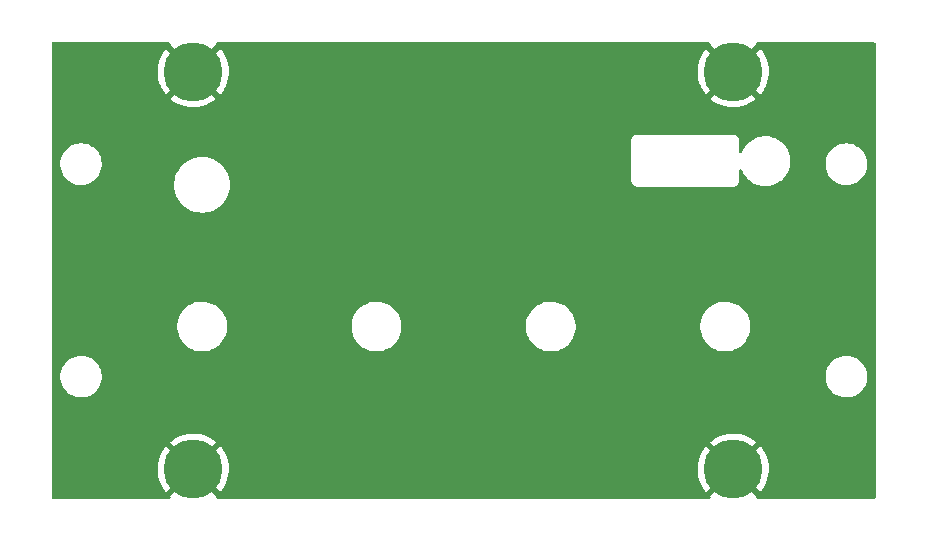
<source format=gbr>
%TF.GenerationSoftware,KiCad,Pcbnew,(6.0.1)*%
%TF.CreationDate,2022-06-17T02:15:53-07:00*%
%TF.ProjectId,BonkDaddyPanel,426f6e6b-4461-4646-9479-50616e656c2e,1.2*%
%TF.SameCoordinates,Original*%
%TF.FileFunction,Copper,L1,Top*%
%TF.FilePolarity,Positive*%
%FSLAX46Y46*%
G04 Gerber Fmt 4.6, Leading zero omitted, Abs format (unit mm)*
G04 Created by KiCad (PCBNEW (6.0.1)) date 2022-06-17 02:15:53*
%MOMM*%
%LPD*%
G01*
G04 APERTURE LIST*
%TA.AperFunction,ComponentPad*%
%ADD10C,5.000000*%
%TD*%
G04 APERTURE END LIST*
D10*
%TO.P,H1,1,1*%
%TO.N,GND*%
X62500000Y-45175000D03*
%TD*%
%TO.P,H2,1,1*%
%TO.N,GND*%
X108220000Y-45175000D03*
%TD*%
%TO.P,H3,1,1*%
%TO.N,GND*%
X108220000Y-78825000D03*
%TD*%
%TO.P,H4,1,1*%
%TO.N,GND*%
X62500000Y-78825000D03*
%TD*%
%TA.AperFunction,Conductor*%
%TO.N,GND*%
G36*
X60526390Y-42703002D02*
G01*
X60572883Y-42756658D01*
X60582987Y-42826932D01*
X60564642Y-42873362D01*
X60564576Y-42875069D01*
X60571527Y-42887316D01*
X62487190Y-44802980D01*
X62501131Y-44810592D01*
X62502966Y-44810461D01*
X62509580Y-44806210D01*
X64427074Y-42888716D01*
X64434688Y-42874772D01*
X64434194Y-42867853D01*
X64416038Y-42813944D01*
X64433352Y-42745091D01*
X64485141Y-42696529D01*
X64541941Y-42683000D01*
X106178269Y-42683000D01*
X106246390Y-42703002D01*
X106292883Y-42756658D01*
X106302987Y-42826932D01*
X106284642Y-42873362D01*
X106284576Y-42875069D01*
X106291527Y-42887316D01*
X108207190Y-44802980D01*
X108221131Y-44810592D01*
X108222966Y-44810461D01*
X108229580Y-44806210D01*
X110147074Y-42888716D01*
X110154688Y-42874772D01*
X110154194Y-42867853D01*
X110136038Y-42813944D01*
X110153352Y-42745091D01*
X110205141Y-42696529D01*
X110261941Y-42683000D01*
X120166000Y-42683000D01*
X120234121Y-42703002D01*
X120280614Y-42756658D01*
X120292000Y-42809000D01*
X120292000Y-81191000D01*
X120271998Y-81259121D01*
X120218342Y-81305614D01*
X120166000Y-81317000D01*
X110266799Y-81317000D01*
X110198678Y-81296998D01*
X110152185Y-81243342D01*
X110142081Y-81173068D01*
X110157646Y-81135415D01*
X110158123Y-81128616D01*
X110150537Y-81114748D01*
X108232810Y-79197020D01*
X108218869Y-79189408D01*
X108217034Y-79189539D01*
X108210420Y-79193790D01*
X106291474Y-81112737D01*
X106283860Y-81126681D01*
X106284551Y-81136344D01*
X106301060Y-81188030D01*
X106282669Y-81256603D01*
X106230124Y-81304348D01*
X106175095Y-81317000D01*
X64546799Y-81317000D01*
X64478678Y-81296998D01*
X64432185Y-81243342D01*
X64422081Y-81173068D01*
X64437646Y-81135415D01*
X64438123Y-81128616D01*
X64430537Y-81114748D01*
X62512810Y-79197020D01*
X62498869Y-79189408D01*
X62497034Y-79189539D01*
X62490420Y-79193790D01*
X60571474Y-81112737D01*
X60563860Y-81126681D01*
X60564551Y-81136344D01*
X60581060Y-81188030D01*
X60562669Y-81256603D01*
X60510124Y-81304348D01*
X60455095Y-81317000D01*
X50634000Y-81317000D01*
X50565879Y-81296998D01*
X50519386Y-81243342D01*
X50508000Y-81191000D01*
X50508000Y-78733987D01*
X59488484Y-78733987D01*
X59497374Y-79073505D01*
X59497980Y-79080721D01*
X59545835Y-79416963D01*
X59547269Y-79424074D01*
X59633455Y-79752595D01*
X59635692Y-79759478D01*
X59759064Y-80075914D01*
X59762081Y-80082503D01*
X59921002Y-80382652D01*
X59924761Y-80388860D01*
X60117129Y-80668757D01*
X60121574Y-80674486D01*
X60188743Y-80751484D01*
X60201917Y-80759888D01*
X60211769Y-80754020D01*
X62127980Y-78837810D01*
X62134357Y-78826131D01*
X62864408Y-78826131D01*
X62864539Y-78827966D01*
X62868790Y-78834580D01*
X64786268Y-80752057D01*
X64799622Y-80759349D01*
X64809594Y-80752295D01*
X64916641Y-80624267D01*
X64920957Y-80618456D01*
X65107432Y-80334575D01*
X65111046Y-80328313D01*
X65263658Y-80024882D01*
X65266530Y-80018244D01*
X65383249Y-79699293D01*
X65385345Y-79692351D01*
X65464631Y-79362103D01*
X65465915Y-79354964D01*
X65506816Y-79016973D01*
X65507240Y-79011403D01*
X65513010Y-78827797D01*
X65512937Y-78822204D01*
X65507850Y-78733987D01*
X105208484Y-78733987D01*
X105217374Y-79073505D01*
X105217980Y-79080721D01*
X105265835Y-79416963D01*
X105267269Y-79424074D01*
X105353455Y-79752595D01*
X105355692Y-79759478D01*
X105479064Y-80075914D01*
X105482081Y-80082503D01*
X105641002Y-80382652D01*
X105644761Y-80388860D01*
X105837129Y-80668757D01*
X105841574Y-80674486D01*
X105908743Y-80751484D01*
X105921917Y-80759888D01*
X105931769Y-80754020D01*
X107847980Y-78837810D01*
X107854357Y-78826131D01*
X108584408Y-78826131D01*
X108584539Y-78827966D01*
X108588790Y-78834580D01*
X110506268Y-80752057D01*
X110519622Y-80759349D01*
X110529594Y-80752295D01*
X110636641Y-80624267D01*
X110640957Y-80618456D01*
X110827432Y-80334575D01*
X110831046Y-80328313D01*
X110983658Y-80024882D01*
X110986530Y-80018244D01*
X111103249Y-79699293D01*
X111105345Y-79692351D01*
X111184631Y-79362103D01*
X111185915Y-79354964D01*
X111226816Y-79016973D01*
X111227240Y-79011403D01*
X111233010Y-78827797D01*
X111232937Y-78822204D01*
X111213338Y-78482303D01*
X111212506Y-78475113D01*
X111154113Y-78140529D01*
X111152458Y-78133474D01*
X111055998Y-77807834D01*
X111053540Y-77801006D01*
X110920290Y-77488608D01*
X110917073Y-77482125D01*
X110748788Y-77187089D01*
X110744856Y-77181034D01*
X110543774Y-76907295D01*
X110539166Y-76901726D01*
X110533830Y-76895984D01*
X110520178Y-76887866D01*
X110519570Y-76887887D01*
X110511092Y-76893119D01*
X108592020Y-78812190D01*
X108584408Y-78826131D01*
X107854357Y-78826131D01*
X107855592Y-78823869D01*
X107855461Y-78822034D01*
X107851210Y-78815420D01*
X105932374Y-76896585D01*
X105919581Y-76889599D01*
X105908827Y-76897464D01*
X105748037Y-77102527D01*
X105743902Y-77108476D01*
X105566440Y-77398068D01*
X105563019Y-77404447D01*
X105420016Y-77712522D01*
X105417356Y-77719241D01*
X105310711Y-78041707D01*
X105308834Y-78048711D01*
X105239961Y-78381288D01*
X105238904Y-78388449D01*
X105208712Y-78726735D01*
X105208484Y-78733987D01*
X65507850Y-78733987D01*
X65493338Y-78482303D01*
X65492506Y-78475113D01*
X65434113Y-78140529D01*
X65432458Y-78133474D01*
X65335998Y-77807834D01*
X65333540Y-77801006D01*
X65200290Y-77488608D01*
X65197073Y-77482125D01*
X65028788Y-77187089D01*
X65024856Y-77181034D01*
X64823774Y-76907295D01*
X64819166Y-76901726D01*
X64813830Y-76895984D01*
X64800178Y-76887866D01*
X64799570Y-76887887D01*
X64791092Y-76893119D01*
X62872020Y-78812190D01*
X62864408Y-78826131D01*
X62134357Y-78826131D01*
X62135592Y-78823869D01*
X62135461Y-78822034D01*
X62131210Y-78815420D01*
X60212374Y-76896585D01*
X60199581Y-76889599D01*
X60188827Y-76897464D01*
X60028037Y-77102527D01*
X60023902Y-77108476D01*
X59846440Y-77398068D01*
X59843019Y-77404447D01*
X59700016Y-77712522D01*
X59697356Y-77719241D01*
X59590711Y-78041707D01*
X59588834Y-78048711D01*
X59519961Y-78381288D01*
X59518904Y-78388449D01*
X59488712Y-78726735D01*
X59488484Y-78733987D01*
X50508000Y-78733987D01*
X50508000Y-76526048D01*
X60565132Y-76526048D01*
X60571527Y-76537316D01*
X62487190Y-78452980D01*
X62501131Y-78460592D01*
X62502966Y-78460461D01*
X62509580Y-78456210D01*
X64427074Y-76538716D01*
X64433991Y-76526048D01*
X106285132Y-76526048D01*
X106291527Y-76537316D01*
X108207190Y-78452980D01*
X108221131Y-78460592D01*
X108222966Y-78460461D01*
X108229580Y-78456210D01*
X110147074Y-76538716D01*
X110154466Y-76525179D01*
X110147679Y-76515479D01*
X110044476Y-76427335D01*
X110038704Y-76422953D01*
X109756796Y-76233519D01*
X109750575Y-76229839D01*
X109448757Y-76074060D01*
X109442146Y-76071116D01*
X109124439Y-75951065D01*
X109117513Y-75948894D01*
X108788112Y-75866155D01*
X108781005Y-75864799D01*
X108444278Y-75820468D01*
X108437036Y-75819937D01*
X108097467Y-75814602D01*
X108090205Y-75814906D01*
X107752256Y-75848638D01*
X107745108Y-75849770D01*
X107413263Y-75922124D01*
X107406285Y-75924072D01*
X107084960Y-76034086D01*
X107078253Y-76036823D01*
X106771707Y-76183039D01*
X106765349Y-76186534D01*
X106477654Y-76367005D01*
X106471731Y-76371214D01*
X106293601Y-76513923D01*
X106285132Y-76526048D01*
X64433991Y-76526048D01*
X64434466Y-76525179D01*
X64427679Y-76515479D01*
X64324476Y-76427335D01*
X64318704Y-76422953D01*
X64036796Y-76233519D01*
X64030575Y-76229839D01*
X63728757Y-76074060D01*
X63722146Y-76071116D01*
X63404439Y-75951065D01*
X63397513Y-75948894D01*
X63068112Y-75866155D01*
X63061005Y-75864799D01*
X62724278Y-75820468D01*
X62717036Y-75819937D01*
X62377467Y-75814602D01*
X62370205Y-75814906D01*
X62032256Y-75848638D01*
X62025108Y-75849770D01*
X61693263Y-75922124D01*
X61686285Y-75924072D01*
X61364960Y-76034086D01*
X61358253Y-76036823D01*
X61051707Y-76183039D01*
X61045349Y-76186534D01*
X60757654Y-76367005D01*
X60751731Y-76371214D01*
X60573601Y-76513923D01*
X60565132Y-76526048D01*
X50508000Y-76526048D01*
X50508000Y-71107655D01*
X51239858Y-71107655D01*
X51275104Y-71366638D01*
X51276412Y-71371124D01*
X51276412Y-71371126D01*
X51296098Y-71438664D01*
X51348243Y-71617567D01*
X51457668Y-71854928D01*
X51460231Y-71858837D01*
X51598410Y-72069596D01*
X51598414Y-72069601D01*
X51600976Y-72073509D01*
X51775018Y-72268506D01*
X51975970Y-72435637D01*
X51979973Y-72438066D01*
X52195422Y-72568804D01*
X52195426Y-72568806D01*
X52199419Y-72571229D01*
X52440455Y-72672303D01*
X52693783Y-72736641D01*
X52698434Y-72737109D01*
X52698438Y-72737110D01*
X52891308Y-72756531D01*
X52910867Y-72758500D01*
X53066354Y-72758500D01*
X53068679Y-72758327D01*
X53068685Y-72758327D01*
X53256000Y-72744407D01*
X53256004Y-72744406D01*
X53260652Y-72744061D01*
X53265200Y-72743032D01*
X53265206Y-72743031D01*
X53451601Y-72700853D01*
X53515577Y-72686377D01*
X53551769Y-72672303D01*
X53754824Y-72593340D01*
X53754827Y-72593339D01*
X53759177Y-72591647D01*
X53986098Y-72461951D01*
X54191357Y-72300138D01*
X54370443Y-72109763D01*
X54519424Y-71895009D01*
X54635025Y-71660593D01*
X54714707Y-71411665D01*
X54756721Y-71153693D01*
X54757324Y-71107655D01*
X116039858Y-71107655D01*
X116075104Y-71366638D01*
X116076412Y-71371124D01*
X116076412Y-71371126D01*
X116096098Y-71438664D01*
X116148243Y-71617567D01*
X116257668Y-71854928D01*
X116260231Y-71858837D01*
X116398410Y-72069596D01*
X116398414Y-72069601D01*
X116400976Y-72073509D01*
X116575018Y-72268506D01*
X116775970Y-72435637D01*
X116779973Y-72438066D01*
X116995422Y-72568804D01*
X116995426Y-72568806D01*
X116999419Y-72571229D01*
X117240455Y-72672303D01*
X117493783Y-72736641D01*
X117498434Y-72737109D01*
X117498438Y-72737110D01*
X117691308Y-72756531D01*
X117710867Y-72758500D01*
X117866354Y-72758500D01*
X117868679Y-72758327D01*
X117868685Y-72758327D01*
X118056000Y-72744407D01*
X118056004Y-72744406D01*
X118060652Y-72744061D01*
X118065200Y-72743032D01*
X118065206Y-72743031D01*
X118251601Y-72700853D01*
X118315577Y-72686377D01*
X118351769Y-72672303D01*
X118554824Y-72593340D01*
X118554827Y-72593339D01*
X118559177Y-72591647D01*
X118786098Y-72461951D01*
X118991357Y-72300138D01*
X119170443Y-72109763D01*
X119319424Y-71895009D01*
X119435025Y-71660593D01*
X119514707Y-71411665D01*
X119556721Y-71153693D01*
X119560142Y-70892345D01*
X119524896Y-70633362D01*
X119510473Y-70583877D01*
X119453068Y-70386932D01*
X119451757Y-70382433D01*
X119342332Y-70145072D01*
X119309519Y-70095024D01*
X119201590Y-69930404D01*
X119201586Y-69930399D01*
X119199024Y-69926491D01*
X119024982Y-69731494D01*
X118824030Y-69564363D01*
X118776844Y-69535730D01*
X118604578Y-69431196D01*
X118604574Y-69431194D01*
X118600581Y-69428771D01*
X118359545Y-69327697D01*
X118106217Y-69263359D01*
X118101566Y-69262891D01*
X118101562Y-69262890D01*
X117892271Y-69241816D01*
X117889133Y-69241500D01*
X117733646Y-69241500D01*
X117731321Y-69241673D01*
X117731315Y-69241673D01*
X117544000Y-69255593D01*
X117543996Y-69255594D01*
X117539348Y-69255939D01*
X117534800Y-69256968D01*
X117534794Y-69256969D01*
X117348399Y-69299147D01*
X117284423Y-69313623D01*
X117280071Y-69315315D01*
X117280069Y-69315316D01*
X117045176Y-69406660D01*
X117045173Y-69406661D01*
X117040823Y-69408353D01*
X116813902Y-69538049D01*
X116608643Y-69699862D01*
X116429557Y-69890237D01*
X116280576Y-70104991D01*
X116164975Y-70339407D01*
X116085293Y-70588335D01*
X116043279Y-70846307D01*
X116039858Y-71107655D01*
X54757324Y-71107655D01*
X54760142Y-70892345D01*
X54724896Y-70633362D01*
X54710473Y-70583877D01*
X54653068Y-70386932D01*
X54651757Y-70382433D01*
X54542332Y-70145072D01*
X54509519Y-70095024D01*
X54401590Y-69930404D01*
X54401586Y-69930399D01*
X54399024Y-69926491D01*
X54224982Y-69731494D01*
X54024030Y-69564363D01*
X53976844Y-69535730D01*
X53804578Y-69431196D01*
X53804574Y-69431194D01*
X53800581Y-69428771D01*
X53559545Y-69327697D01*
X53306217Y-69263359D01*
X53301566Y-69262891D01*
X53301562Y-69262890D01*
X53092271Y-69241816D01*
X53089133Y-69241500D01*
X52933646Y-69241500D01*
X52931321Y-69241673D01*
X52931315Y-69241673D01*
X52744000Y-69255593D01*
X52743996Y-69255594D01*
X52739348Y-69255939D01*
X52734800Y-69256968D01*
X52734794Y-69256969D01*
X52548399Y-69299147D01*
X52484423Y-69313623D01*
X52480071Y-69315315D01*
X52480069Y-69315316D01*
X52245176Y-69406660D01*
X52245173Y-69406661D01*
X52240823Y-69408353D01*
X52013902Y-69538049D01*
X51808643Y-69699862D01*
X51629557Y-69890237D01*
X51480576Y-70104991D01*
X51364975Y-70339407D01*
X51285293Y-70588335D01*
X51243279Y-70846307D01*
X51239858Y-71107655D01*
X50508000Y-71107655D01*
X50508000Y-66882703D01*
X61140743Y-66882703D01*
X61178268Y-67167734D01*
X61254129Y-67445036D01*
X61366923Y-67709476D01*
X61514561Y-67956161D01*
X61694313Y-68180528D01*
X61902851Y-68378423D01*
X62136317Y-68546186D01*
X62140112Y-68548195D01*
X62140113Y-68548196D01*
X62161869Y-68559715D01*
X62390392Y-68680712D01*
X62660373Y-68779511D01*
X62941264Y-68840755D01*
X62969841Y-68843004D01*
X63164282Y-68858307D01*
X63164291Y-68858307D01*
X63166739Y-68858500D01*
X63322271Y-68858500D01*
X63324407Y-68858354D01*
X63324418Y-68858354D01*
X63532548Y-68844165D01*
X63532554Y-68844164D01*
X63536825Y-68843873D01*
X63541020Y-68843004D01*
X63541022Y-68843004D01*
X63677583Y-68814724D01*
X63818342Y-68785574D01*
X64089343Y-68689607D01*
X64344812Y-68557750D01*
X64348313Y-68555289D01*
X64348317Y-68555287D01*
X64462417Y-68475096D01*
X64580023Y-68392441D01*
X64790622Y-68196740D01*
X64972713Y-67974268D01*
X65122927Y-67729142D01*
X65238483Y-67465898D01*
X65317244Y-67189406D01*
X65357751Y-66904784D01*
X65357845Y-66886951D01*
X65357867Y-66882703D01*
X75910743Y-66882703D01*
X75948268Y-67167734D01*
X76024129Y-67445036D01*
X76136923Y-67709476D01*
X76284561Y-67956161D01*
X76464313Y-68180528D01*
X76672851Y-68378423D01*
X76906317Y-68546186D01*
X76910112Y-68548195D01*
X76910113Y-68548196D01*
X76931869Y-68559715D01*
X77160392Y-68680712D01*
X77430373Y-68779511D01*
X77711264Y-68840755D01*
X77739841Y-68843004D01*
X77934282Y-68858307D01*
X77934291Y-68858307D01*
X77936739Y-68858500D01*
X78092271Y-68858500D01*
X78094407Y-68858354D01*
X78094418Y-68858354D01*
X78302548Y-68844165D01*
X78302554Y-68844164D01*
X78306825Y-68843873D01*
X78311020Y-68843004D01*
X78311022Y-68843004D01*
X78447583Y-68814724D01*
X78588342Y-68785574D01*
X78859343Y-68689607D01*
X79114812Y-68557750D01*
X79118313Y-68555289D01*
X79118317Y-68555287D01*
X79232417Y-68475096D01*
X79350023Y-68392441D01*
X79560622Y-68196740D01*
X79742713Y-67974268D01*
X79892927Y-67729142D01*
X80008483Y-67465898D01*
X80087244Y-67189406D01*
X80127751Y-66904784D01*
X80127845Y-66886951D01*
X80127867Y-66882703D01*
X90670743Y-66882703D01*
X90708268Y-67167734D01*
X90784129Y-67445036D01*
X90896923Y-67709476D01*
X91044561Y-67956161D01*
X91224313Y-68180528D01*
X91432851Y-68378423D01*
X91666317Y-68546186D01*
X91670112Y-68548195D01*
X91670113Y-68548196D01*
X91691869Y-68559715D01*
X91920392Y-68680712D01*
X92190373Y-68779511D01*
X92471264Y-68840755D01*
X92499841Y-68843004D01*
X92694282Y-68858307D01*
X92694291Y-68858307D01*
X92696739Y-68858500D01*
X92852271Y-68858500D01*
X92854407Y-68858354D01*
X92854418Y-68858354D01*
X93062548Y-68844165D01*
X93062554Y-68844164D01*
X93066825Y-68843873D01*
X93071020Y-68843004D01*
X93071022Y-68843004D01*
X93207583Y-68814724D01*
X93348342Y-68785574D01*
X93619343Y-68689607D01*
X93874812Y-68557750D01*
X93878313Y-68555289D01*
X93878317Y-68555287D01*
X93992417Y-68475096D01*
X94110023Y-68392441D01*
X94320622Y-68196740D01*
X94502713Y-67974268D01*
X94652927Y-67729142D01*
X94768483Y-67465898D01*
X94847244Y-67189406D01*
X94887751Y-66904784D01*
X94887845Y-66886951D01*
X94887867Y-66882703D01*
X105440743Y-66882703D01*
X105478268Y-67167734D01*
X105554129Y-67445036D01*
X105666923Y-67709476D01*
X105814561Y-67956161D01*
X105994313Y-68180528D01*
X106202851Y-68378423D01*
X106436317Y-68546186D01*
X106440112Y-68548195D01*
X106440113Y-68548196D01*
X106461869Y-68559715D01*
X106690392Y-68680712D01*
X106960373Y-68779511D01*
X107241264Y-68840755D01*
X107269841Y-68843004D01*
X107464282Y-68858307D01*
X107464291Y-68858307D01*
X107466739Y-68858500D01*
X107622271Y-68858500D01*
X107624407Y-68858354D01*
X107624418Y-68858354D01*
X107832548Y-68844165D01*
X107832554Y-68844164D01*
X107836825Y-68843873D01*
X107841020Y-68843004D01*
X107841022Y-68843004D01*
X107977583Y-68814724D01*
X108118342Y-68785574D01*
X108389343Y-68689607D01*
X108644812Y-68557750D01*
X108648313Y-68555289D01*
X108648317Y-68555287D01*
X108762417Y-68475096D01*
X108880023Y-68392441D01*
X109090622Y-68196740D01*
X109272713Y-67974268D01*
X109422927Y-67729142D01*
X109538483Y-67465898D01*
X109617244Y-67189406D01*
X109657751Y-66904784D01*
X109657845Y-66886951D01*
X109659235Y-66621583D01*
X109659235Y-66621576D01*
X109659257Y-66617297D01*
X109621732Y-66332266D01*
X109545871Y-66054964D01*
X109433077Y-65790524D01*
X109285439Y-65543839D01*
X109105687Y-65319472D01*
X108897149Y-65121577D01*
X108663683Y-64953814D01*
X108641843Y-64942250D01*
X108618654Y-64929972D01*
X108409608Y-64819288D01*
X108139627Y-64720489D01*
X107858736Y-64659245D01*
X107827685Y-64656801D01*
X107635718Y-64641693D01*
X107635709Y-64641693D01*
X107633261Y-64641500D01*
X107477729Y-64641500D01*
X107475593Y-64641646D01*
X107475582Y-64641646D01*
X107267452Y-64655835D01*
X107267446Y-64655836D01*
X107263175Y-64656127D01*
X107258980Y-64656996D01*
X107258978Y-64656996D01*
X107122416Y-64685277D01*
X106981658Y-64714426D01*
X106710657Y-64810393D01*
X106455188Y-64942250D01*
X106451687Y-64944711D01*
X106451683Y-64944713D01*
X106441594Y-64951804D01*
X106219977Y-65107559D01*
X106009378Y-65303260D01*
X105827287Y-65525732D01*
X105677073Y-65770858D01*
X105561517Y-66034102D01*
X105482756Y-66310594D01*
X105442249Y-66595216D01*
X105442227Y-66599505D01*
X105442226Y-66599512D01*
X105440765Y-66878417D01*
X105440743Y-66882703D01*
X94887867Y-66882703D01*
X94889235Y-66621583D01*
X94889235Y-66621576D01*
X94889257Y-66617297D01*
X94851732Y-66332266D01*
X94775871Y-66054964D01*
X94663077Y-65790524D01*
X94515439Y-65543839D01*
X94335687Y-65319472D01*
X94127149Y-65121577D01*
X93893683Y-64953814D01*
X93871843Y-64942250D01*
X93848654Y-64929972D01*
X93639608Y-64819288D01*
X93369627Y-64720489D01*
X93088736Y-64659245D01*
X93057685Y-64656801D01*
X92865718Y-64641693D01*
X92865709Y-64641693D01*
X92863261Y-64641500D01*
X92707729Y-64641500D01*
X92705593Y-64641646D01*
X92705582Y-64641646D01*
X92497452Y-64655835D01*
X92497446Y-64655836D01*
X92493175Y-64656127D01*
X92488980Y-64656996D01*
X92488978Y-64656996D01*
X92352416Y-64685277D01*
X92211658Y-64714426D01*
X91940657Y-64810393D01*
X91685188Y-64942250D01*
X91681687Y-64944711D01*
X91681683Y-64944713D01*
X91671594Y-64951804D01*
X91449977Y-65107559D01*
X91239378Y-65303260D01*
X91057287Y-65525732D01*
X90907073Y-65770858D01*
X90791517Y-66034102D01*
X90712756Y-66310594D01*
X90672249Y-66595216D01*
X90672227Y-66599505D01*
X90672226Y-66599512D01*
X90670765Y-66878417D01*
X90670743Y-66882703D01*
X80127867Y-66882703D01*
X80129235Y-66621583D01*
X80129235Y-66621576D01*
X80129257Y-66617297D01*
X80091732Y-66332266D01*
X80015871Y-66054964D01*
X79903077Y-65790524D01*
X79755439Y-65543839D01*
X79575687Y-65319472D01*
X79367149Y-65121577D01*
X79133683Y-64953814D01*
X79111843Y-64942250D01*
X79088654Y-64929972D01*
X78879608Y-64819288D01*
X78609627Y-64720489D01*
X78328736Y-64659245D01*
X78297685Y-64656801D01*
X78105718Y-64641693D01*
X78105709Y-64641693D01*
X78103261Y-64641500D01*
X77947729Y-64641500D01*
X77945593Y-64641646D01*
X77945582Y-64641646D01*
X77737452Y-64655835D01*
X77737446Y-64655836D01*
X77733175Y-64656127D01*
X77728980Y-64656996D01*
X77728978Y-64656996D01*
X77592416Y-64685277D01*
X77451658Y-64714426D01*
X77180657Y-64810393D01*
X76925188Y-64942250D01*
X76921687Y-64944711D01*
X76921683Y-64944713D01*
X76911594Y-64951804D01*
X76689977Y-65107559D01*
X76479378Y-65303260D01*
X76297287Y-65525732D01*
X76147073Y-65770858D01*
X76031517Y-66034102D01*
X75952756Y-66310594D01*
X75912249Y-66595216D01*
X75912227Y-66599505D01*
X75912226Y-66599512D01*
X75910765Y-66878417D01*
X75910743Y-66882703D01*
X65357867Y-66882703D01*
X65359235Y-66621583D01*
X65359235Y-66621576D01*
X65359257Y-66617297D01*
X65321732Y-66332266D01*
X65245871Y-66054964D01*
X65133077Y-65790524D01*
X64985439Y-65543839D01*
X64805687Y-65319472D01*
X64597149Y-65121577D01*
X64363683Y-64953814D01*
X64341843Y-64942250D01*
X64318654Y-64929972D01*
X64109608Y-64819288D01*
X63839627Y-64720489D01*
X63558736Y-64659245D01*
X63527685Y-64656801D01*
X63335718Y-64641693D01*
X63335709Y-64641693D01*
X63333261Y-64641500D01*
X63177729Y-64641500D01*
X63175593Y-64641646D01*
X63175582Y-64641646D01*
X62967452Y-64655835D01*
X62967446Y-64655836D01*
X62963175Y-64656127D01*
X62958980Y-64656996D01*
X62958978Y-64656996D01*
X62822416Y-64685277D01*
X62681658Y-64714426D01*
X62410657Y-64810393D01*
X62155188Y-64942250D01*
X62151687Y-64944711D01*
X62151683Y-64944713D01*
X62141594Y-64951804D01*
X61919977Y-65107559D01*
X61709378Y-65303260D01*
X61527287Y-65525732D01*
X61377073Y-65770858D01*
X61261517Y-66034102D01*
X61182756Y-66310594D01*
X61142249Y-66595216D01*
X61142227Y-66599505D01*
X61142226Y-66599512D01*
X61140765Y-66878417D01*
X61140743Y-66882703D01*
X50508000Y-66882703D01*
X50508000Y-53107655D01*
X51239858Y-53107655D01*
X51275104Y-53366638D01*
X51276412Y-53371124D01*
X51276412Y-53371126D01*
X51289732Y-53416824D01*
X51348243Y-53617567D01*
X51457668Y-53854928D01*
X51483946Y-53895009D01*
X51598410Y-54069596D01*
X51598414Y-54069601D01*
X51600976Y-54073509D01*
X51775018Y-54268506D01*
X51975970Y-54435637D01*
X51992402Y-54445608D01*
X52195422Y-54568804D01*
X52195426Y-54568806D01*
X52199419Y-54571229D01*
X52440455Y-54672303D01*
X52693783Y-54736641D01*
X52698434Y-54737109D01*
X52698438Y-54737110D01*
X52848112Y-54752181D01*
X52910867Y-54758500D01*
X53066354Y-54758500D01*
X53068679Y-54758327D01*
X53068685Y-54758327D01*
X53180738Y-54750000D01*
X60886439Y-54750000D01*
X60886709Y-54754119D01*
X60896772Y-54907642D01*
X60906660Y-55058507D01*
X60966975Y-55361735D01*
X61066354Y-55654496D01*
X61068177Y-55658192D01*
X61068180Y-55658200D01*
X61178721Y-55882352D01*
X61203096Y-55931780D01*
X61205390Y-55935213D01*
X61205391Y-55935214D01*
X61374861Y-56188845D01*
X61377575Y-56191939D01*
X61377579Y-56191945D01*
X61576001Y-56418201D01*
X61578710Y-56421290D01*
X61581799Y-56423999D01*
X61808055Y-56622421D01*
X61808061Y-56622425D01*
X61811155Y-56625139D01*
X61814581Y-56627428D01*
X61814586Y-56627432D01*
X62064785Y-56794609D01*
X62068220Y-56796904D01*
X62071923Y-56798730D01*
X62341800Y-56931820D01*
X62341808Y-56931823D01*
X62345504Y-56933646D01*
X62349419Y-56934975D01*
X62634358Y-57031699D01*
X62634361Y-57031700D01*
X62638265Y-57033025D01*
X62864961Y-57078117D01*
X62937450Y-57092536D01*
X62937453Y-57092536D01*
X62941493Y-57093340D01*
X62945604Y-57093609D01*
X62945608Y-57093610D01*
X63170737Y-57108366D01*
X63170746Y-57108366D01*
X63172786Y-57108500D01*
X63327214Y-57108500D01*
X63329254Y-57108366D01*
X63329263Y-57108366D01*
X63554392Y-57093610D01*
X63554396Y-57093609D01*
X63558507Y-57093340D01*
X63562547Y-57092536D01*
X63562550Y-57092536D01*
X63635039Y-57078117D01*
X63861735Y-57033025D01*
X63865639Y-57031700D01*
X63865642Y-57031699D01*
X64150581Y-56934975D01*
X64154496Y-56933646D01*
X64158192Y-56931823D01*
X64158200Y-56931820D01*
X64428077Y-56798730D01*
X64431780Y-56796904D01*
X64435215Y-56794609D01*
X64685414Y-56627432D01*
X64685419Y-56627428D01*
X64688845Y-56625139D01*
X64691939Y-56622425D01*
X64691945Y-56622421D01*
X64918201Y-56423999D01*
X64921290Y-56421290D01*
X64923999Y-56418201D01*
X65122421Y-56191945D01*
X65122425Y-56191939D01*
X65125139Y-56188845D01*
X65296904Y-55931781D01*
X65433646Y-55654496D01*
X65533025Y-55361735D01*
X65593340Y-55058507D01*
X65603229Y-54907642D01*
X65613291Y-54754119D01*
X65613561Y-54750000D01*
X65605224Y-54622803D01*
X65595186Y-54469652D01*
X99591524Y-54469652D01*
X99593990Y-54478281D01*
X99593991Y-54478286D01*
X99599639Y-54498048D01*
X99603217Y-54514809D01*
X99606130Y-54535152D01*
X99606133Y-54535162D01*
X99607405Y-54544045D01*
X99618021Y-54567395D01*
X99624464Y-54584907D01*
X99628149Y-54597800D01*
X99631512Y-54609565D01*
X99647274Y-54634548D01*
X99655404Y-54649614D01*
X99667633Y-54676510D01*
X99684374Y-54695939D01*
X99695479Y-54710947D01*
X99709160Y-54732631D01*
X99728827Y-54750000D01*
X99731296Y-54752181D01*
X99743340Y-54764373D01*
X99762619Y-54786747D01*
X99770147Y-54791626D01*
X99770150Y-54791629D01*
X99784139Y-54800696D01*
X99799013Y-54811986D01*
X99818228Y-54828956D01*
X99826354Y-54832771D01*
X99826355Y-54832772D01*
X99832021Y-54835432D01*
X99844966Y-54841510D01*
X99859935Y-54849824D01*
X99884727Y-54865893D01*
X99901650Y-54870954D01*
X99909290Y-54873239D01*
X99926736Y-54879901D01*
X99949948Y-54890799D01*
X99979130Y-54895343D01*
X99995849Y-54899126D01*
X100015536Y-54905014D01*
X100015539Y-54905015D01*
X100024141Y-54907587D01*
X100033116Y-54907642D01*
X100033117Y-54907642D01*
X100039810Y-54907683D01*
X100058556Y-54907797D01*
X100059328Y-54907830D01*
X100060423Y-54908000D01*
X100091298Y-54908000D01*
X100092068Y-54908002D01*
X100165716Y-54908452D01*
X100165717Y-54908452D01*
X100169652Y-54908476D01*
X100170996Y-54908092D01*
X100172341Y-54908000D01*
X108191298Y-54908000D01*
X108192069Y-54908002D01*
X108269652Y-54908476D01*
X108278281Y-54906010D01*
X108278286Y-54906009D01*
X108298048Y-54900361D01*
X108314809Y-54896783D01*
X108335152Y-54893870D01*
X108335162Y-54893867D01*
X108344045Y-54892595D01*
X108367395Y-54881979D01*
X108384907Y-54875536D01*
X108400937Y-54870954D01*
X108409565Y-54868488D01*
X108434548Y-54852726D01*
X108449614Y-54844596D01*
X108476510Y-54832367D01*
X108495939Y-54815626D01*
X108510947Y-54804521D01*
X108525039Y-54795630D01*
X108532631Y-54790840D01*
X108552182Y-54768703D01*
X108564374Y-54756659D01*
X108579949Y-54743239D01*
X108579950Y-54743237D01*
X108586747Y-54737381D01*
X108591626Y-54729853D01*
X108591629Y-54729850D01*
X108600696Y-54715861D01*
X108611986Y-54700987D01*
X108616453Y-54695929D01*
X108628956Y-54681772D01*
X108632863Y-54673452D01*
X108635432Y-54667979D01*
X108641510Y-54655034D01*
X108649824Y-54640065D01*
X108665893Y-54615273D01*
X108673239Y-54590709D01*
X108679901Y-54573264D01*
X108686983Y-54558179D01*
X108690799Y-54550052D01*
X108695343Y-54520870D01*
X108699126Y-54504151D01*
X108705014Y-54484464D01*
X108705015Y-54484461D01*
X108707587Y-54475859D01*
X108707797Y-54441444D01*
X108707830Y-54440672D01*
X108708000Y-54439577D01*
X108708000Y-54408702D01*
X108708002Y-54407932D01*
X108708452Y-54334284D01*
X108708452Y-54334283D01*
X108708476Y-54330348D01*
X108708092Y-54329004D01*
X108708000Y-54327659D01*
X108708000Y-53531438D01*
X108728002Y-53463317D01*
X108781658Y-53416824D01*
X108851932Y-53406720D01*
X108916512Y-53436214D01*
X108949897Y-53482003D01*
X109024177Y-53656148D01*
X109046923Y-53709476D01*
X109058693Y-53729142D01*
X109160262Y-53898851D01*
X109194561Y-53956161D01*
X109374313Y-54180528D01*
X109582851Y-54378423D01*
X109816317Y-54546186D01*
X109820112Y-54548195D01*
X109820113Y-54548196D01*
X109838968Y-54558179D01*
X110070392Y-54680712D01*
X110340373Y-54779511D01*
X110621264Y-54840755D01*
X110630807Y-54841506D01*
X110844282Y-54858307D01*
X110844291Y-54858307D01*
X110846739Y-54858500D01*
X111002271Y-54858500D01*
X111004407Y-54858354D01*
X111004418Y-54858354D01*
X111212548Y-54844165D01*
X111212554Y-54844164D01*
X111216825Y-54843873D01*
X111221020Y-54843004D01*
X111221022Y-54843004D01*
X111472913Y-54790840D01*
X111498342Y-54785574D01*
X111769343Y-54689607D01*
X111930025Y-54606673D01*
X112021005Y-54559715D01*
X112021006Y-54559715D01*
X112024812Y-54557750D01*
X112028313Y-54555289D01*
X112028317Y-54555287D01*
X112161120Y-54461951D01*
X112260023Y-54392441D01*
X112393393Y-54268506D01*
X112467479Y-54199661D01*
X112467481Y-54199658D01*
X112470622Y-54196740D01*
X112652713Y-53974268D01*
X112802927Y-53729142D01*
X112831180Y-53664781D01*
X112916757Y-53469830D01*
X112918483Y-53465898D01*
X112997244Y-53189406D01*
X113008879Y-53107655D01*
X116039858Y-53107655D01*
X116075104Y-53366638D01*
X116076412Y-53371124D01*
X116076412Y-53371126D01*
X116089732Y-53416824D01*
X116148243Y-53617567D01*
X116257668Y-53854928D01*
X116283946Y-53895009D01*
X116398410Y-54069596D01*
X116398414Y-54069601D01*
X116400976Y-54073509D01*
X116575018Y-54268506D01*
X116775970Y-54435637D01*
X116792402Y-54445608D01*
X116995422Y-54568804D01*
X116995426Y-54568806D01*
X116999419Y-54571229D01*
X117240455Y-54672303D01*
X117493783Y-54736641D01*
X117498434Y-54737109D01*
X117498438Y-54737110D01*
X117648112Y-54752181D01*
X117710867Y-54758500D01*
X117866354Y-54758500D01*
X117868679Y-54758327D01*
X117868685Y-54758327D01*
X118056000Y-54744407D01*
X118056004Y-54744406D01*
X118060652Y-54744061D01*
X118065200Y-54743032D01*
X118065206Y-54743031D01*
X118294978Y-54691038D01*
X118315577Y-54686377D01*
X118335316Y-54678701D01*
X118554824Y-54593340D01*
X118554827Y-54593339D01*
X118559177Y-54591647D01*
X118576513Y-54581739D01*
X118658023Y-54535152D01*
X118786098Y-54461951D01*
X118991357Y-54300138D01*
X119170443Y-54109763D01*
X119319424Y-53895009D01*
X119341284Y-53850682D01*
X119432960Y-53664781D01*
X119432961Y-53664778D01*
X119435025Y-53660593D01*
X119514707Y-53411665D01*
X119556721Y-53153693D01*
X119559979Y-52904784D01*
X119560081Y-52897022D01*
X119560081Y-52897019D01*
X119560142Y-52892345D01*
X119524896Y-52633362D01*
X119520214Y-52617297D01*
X119459053Y-52407464D01*
X119451757Y-52382433D01*
X119342332Y-52145072D01*
X119307239Y-52091547D01*
X119201590Y-51930404D01*
X119201586Y-51930399D01*
X119199024Y-51926491D01*
X119024982Y-51731494D01*
X118824030Y-51564363D01*
X118731147Y-51508000D01*
X118604578Y-51431196D01*
X118604574Y-51431194D01*
X118600581Y-51428771D01*
X118359545Y-51327697D01*
X118106217Y-51263359D01*
X118101566Y-51262891D01*
X118101562Y-51262890D01*
X117892271Y-51241816D01*
X117889133Y-51241500D01*
X117733646Y-51241500D01*
X117731321Y-51241673D01*
X117731315Y-51241673D01*
X117544000Y-51255593D01*
X117543996Y-51255594D01*
X117539348Y-51255939D01*
X117534800Y-51256968D01*
X117534794Y-51256969D01*
X117348399Y-51299147D01*
X117284423Y-51313623D01*
X117280071Y-51315315D01*
X117280069Y-51315316D01*
X117045176Y-51406660D01*
X117045173Y-51406661D01*
X117040823Y-51408353D01*
X116813902Y-51538049D01*
X116608643Y-51699862D01*
X116429557Y-51890237D01*
X116280576Y-52104991D01*
X116278510Y-52109181D01*
X116278508Y-52109184D01*
X116168497Y-52332266D01*
X116164975Y-52339407D01*
X116085293Y-52588335D01*
X116043279Y-52846307D01*
X116039858Y-53107655D01*
X113008879Y-53107655D01*
X113037751Y-52904784D01*
X113037817Y-52892345D01*
X113039235Y-52621583D01*
X113039235Y-52621576D01*
X113039257Y-52617297D01*
X113001732Y-52332266D01*
X112925871Y-52054964D01*
X112869583Y-51922999D01*
X112814763Y-51794476D01*
X112814761Y-51794472D01*
X112813077Y-51790524D01*
X112679513Y-51567355D01*
X112667643Y-51547521D01*
X112667640Y-51547517D01*
X112665439Y-51543839D01*
X112485687Y-51319472D01*
X112277149Y-51121577D01*
X112052880Y-50960423D01*
X112047172Y-50956321D01*
X112047171Y-50956320D01*
X112043683Y-50953814D01*
X112021843Y-50942250D01*
X111998654Y-50929972D01*
X111789608Y-50819288D01*
X111601303Y-50750378D01*
X111523658Y-50721964D01*
X111523656Y-50721963D01*
X111519627Y-50720489D01*
X111238736Y-50659245D01*
X111207173Y-50656761D01*
X111015718Y-50641693D01*
X111015709Y-50641693D01*
X111013261Y-50641500D01*
X110857729Y-50641500D01*
X110855593Y-50641646D01*
X110855582Y-50641646D01*
X110647452Y-50655835D01*
X110647446Y-50655836D01*
X110643175Y-50656127D01*
X110638980Y-50656996D01*
X110638978Y-50656996D01*
X110611826Y-50662619D01*
X110361658Y-50714426D01*
X110090657Y-50810393D01*
X110086848Y-50812359D01*
X109886946Y-50915536D01*
X109835188Y-50942250D01*
X109831687Y-50944711D01*
X109831683Y-50944713D01*
X109821594Y-50951804D01*
X109599977Y-51107559D01*
X109584892Y-51121577D01*
X109432317Y-51263359D01*
X109389378Y-51303260D01*
X109207287Y-51525732D01*
X109057073Y-51770858D01*
X108949371Y-52016209D01*
X108903677Y-52070542D01*
X108835859Y-52091547D01*
X108767451Y-52072553D01*
X108720171Y-52019589D01*
X108708000Y-51965561D01*
X108708000Y-51008702D01*
X108708002Y-51007932D01*
X108708317Y-50956321D01*
X108708476Y-50930348D01*
X108706010Y-50921719D01*
X108706009Y-50921714D01*
X108700361Y-50901952D01*
X108696783Y-50885191D01*
X108693870Y-50864848D01*
X108693867Y-50864838D01*
X108692595Y-50855955D01*
X108681979Y-50832605D01*
X108675536Y-50815093D01*
X108670954Y-50799063D01*
X108668488Y-50790435D01*
X108652726Y-50765452D01*
X108644596Y-50750386D01*
X108632367Y-50723490D01*
X108615626Y-50704061D01*
X108604521Y-50689053D01*
X108595630Y-50674961D01*
X108590840Y-50667369D01*
X108568703Y-50647818D01*
X108556659Y-50635626D01*
X108543239Y-50620051D01*
X108543237Y-50620050D01*
X108537381Y-50613253D01*
X108529853Y-50608374D01*
X108529850Y-50608371D01*
X108515861Y-50599304D01*
X108500987Y-50588014D01*
X108488502Y-50576988D01*
X108481772Y-50571044D01*
X108473646Y-50567229D01*
X108473645Y-50567228D01*
X108467979Y-50564568D01*
X108455034Y-50558490D01*
X108440065Y-50550176D01*
X108415273Y-50534107D01*
X108390709Y-50526761D01*
X108373264Y-50520099D01*
X108368827Y-50518016D01*
X108350052Y-50509201D01*
X108320870Y-50504657D01*
X108304151Y-50500874D01*
X108284464Y-50494986D01*
X108284461Y-50494985D01*
X108275859Y-50492413D01*
X108266884Y-50492358D01*
X108266883Y-50492358D01*
X108260190Y-50492317D01*
X108241444Y-50492203D01*
X108240672Y-50492170D01*
X108239577Y-50492000D01*
X108208702Y-50492000D01*
X108207932Y-50491998D01*
X108134284Y-50491548D01*
X108134283Y-50491548D01*
X108130348Y-50491524D01*
X108129004Y-50491908D01*
X108127659Y-50492000D01*
X100108702Y-50492000D01*
X100107932Y-50491998D01*
X100107078Y-50491993D01*
X100030348Y-50491524D01*
X100021719Y-50493990D01*
X100021714Y-50493991D01*
X100001952Y-50499639D01*
X99985191Y-50503217D01*
X99964848Y-50506130D01*
X99964838Y-50506133D01*
X99955955Y-50507405D01*
X99932605Y-50518021D01*
X99915093Y-50524464D01*
X99907057Y-50526761D01*
X99890435Y-50531512D01*
X99865452Y-50547274D01*
X99850386Y-50555404D01*
X99823490Y-50567633D01*
X99804061Y-50584374D01*
X99789053Y-50595479D01*
X99767369Y-50609160D01*
X99761427Y-50615888D01*
X99747819Y-50631296D01*
X99735627Y-50643340D01*
X99713253Y-50662619D01*
X99708374Y-50670147D01*
X99708371Y-50670150D01*
X99699304Y-50684139D01*
X99688014Y-50699013D01*
X99671044Y-50718228D01*
X99658490Y-50744966D01*
X99650176Y-50759935D01*
X99634107Y-50784727D01*
X99631535Y-50793327D01*
X99626761Y-50809290D01*
X99620099Y-50826736D01*
X99609201Y-50849948D01*
X99604658Y-50879128D01*
X99600874Y-50895849D01*
X99594986Y-50915536D01*
X99594985Y-50915539D01*
X99592413Y-50924141D01*
X99592217Y-50956321D01*
X99592203Y-50958546D01*
X99592170Y-50959328D01*
X99592000Y-50960423D01*
X99592000Y-50991298D01*
X99591998Y-50992068D01*
X99591524Y-51069652D01*
X99591908Y-51070996D01*
X99592000Y-51072341D01*
X99592000Y-54391298D01*
X99591998Y-54392068D01*
X99591524Y-54469652D01*
X65595186Y-54469652D01*
X65593610Y-54445608D01*
X65593609Y-54445604D01*
X65593340Y-54441493D01*
X65586730Y-54408259D01*
X65564546Y-54296736D01*
X65533025Y-54138265D01*
X65433646Y-53845504D01*
X65431822Y-53841806D01*
X65431820Y-53841800D01*
X65298730Y-53571923D01*
X65296904Y-53568220D01*
X65294610Y-53564787D01*
X65294609Y-53564785D01*
X65127432Y-53314586D01*
X65127428Y-53314581D01*
X65125139Y-53311155D01*
X65122425Y-53308061D01*
X65122421Y-53308055D01*
X64923999Y-53081799D01*
X64921290Y-53078710D01*
X64918201Y-53076001D01*
X64691945Y-52877579D01*
X64691939Y-52877575D01*
X64688845Y-52874861D01*
X64685419Y-52872572D01*
X64685414Y-52872568D01*
X64435215Y-52705391D01*
X64435213Y-52705390D01*
X64431780Y-52703096D01*
X64299765Y-52637993D01*
X64158200Y-52568180D01*
X64158192Y-52568177D01*
X64154496Y-52566354D01*
X64150581Y-52565025D01*
X63865642Y-52468301D01*
X63865639Y-52468300D01*
X63861735Y-52466975D01*
X63635039Y-52421883D01*
X63562550Y-52407464D01*
X63562547Y-52407464D01*
X63558507Y-52406660D01*
X63554396Y-52406391D01*
X63554392Y-52406390D01*
X63329263Y-52391634D01*
X63329254Y-52391634D01*
X63327214Y-52391500D01*
X63172786Y-52391500D01*
X63170746Y-52391634D01*
X63170737Y-52391634D01*
X62945608Y-52406390D01*
X62945604Y-52406391D01*
X62941493Y-52406660D01*
X62937453Y-52407464D01*
X62937450Y-52407464D01*
X62864961Y-52421883D01*
X62638265Y-52466975D01*
X62634361Y-52468300D01*
X62634358Y-52468301D01*
X62349419Y-52565025D01*
X62345504Y-52566354D01*
X62341808Y-52568177D01*
X62341800Y-52568180D01*
X62200235Y-52637993D01*
X62068220Y-52703096D01*
X62064787Y-52705390D01*
X62064785Y-52705391D01*
X61814586Y-52872568D01*
X61814581Y-52872572D01*
X61811155Y-52874861D01*
X61808061Y-52877575D01*
X61808055Y-52877579D01*
X61581799Y-53076001D01*
X61578710Y-53078710D01*
X61576001Y-53081799D01*
X61377579Y-53308055D01*
X61377575Y-53308061D01*
X61374861Y-53311155D01*
X61372572Y-53314581D01*
X61372568Y-53314586D01*
X61260704Y-53482003D01*
X61203096Y-53568219D01*
X61066354Y-53845504D01*
X61065029Y-53849409D01*
X61065028Y-53849410D01*
X60988957Y-54073509D01*
X60966975Y-54138265D01*
X60935454Y-54296736D01*
X60913271Y-54408259D01*
X60906660Y-54441493D01*
X60906391Y-54445604D01*
X60906390Y-54445608D01*
X60894776Y-54622803D01*
X60886439Y-54750000D01*
X53180738Y-54750000D01*
X53256000Y-54744407D01*
X53256004Y-54744406D01*
X53260652Y-54744061D01*
X53265200Y-54743032D01*
X53265206Y-54743031D01*
X53494978Y-54691038D01*
X53515577Y-54686377D01*
X53535316Y-54678701D01*
X53754824Y-54593340D01*
X53754827Y-54593339D01*
X53759177Y-54591647D01*
X53776513Y-54581739D01*
X53858023Y-54535152D01*
X53986098Y-54461951D01*
X54191357Y-54300138D01*
X54370443Y-54109763D01*
X54519424Y-53895009D01*
X54541284Y-53850682D01*
X54632960Y-53664781D01*
X54632961Y-53664778D01*
X54635025Y-53660593D01*
X54714707Y-53411665D01*
X54756721Y-53153693D01*
X54759979Y-52904784D01*
X54760081Y-52897022D01*
X54760081Y-52897019D01*
X54760142Y-52892345D01*
X54724896Y-52633362D01*
X54720214Y-52617297D01*
X54659053Y-52407464D01*
X54651757Y-52382433D01*
X54542332Y-52145072D01*
X54507239Y-52091547D01*
X54401590Y-51930404D01*
X54401586Y-51930399D01*
X54399024Y-51926491D01*
X54224982Y-51731494D01*
X54024030Y-51564363D01*
X53931147Y-51508000D01*
X53804578Y-51431196D01*
X53804574Y-51431194D01*
X53800581Y-51428771D01*
X53559545Y-51327697D01*
X53306217Y-51263359D01*
X53301566Y-51262891D01*
X53301562Y-51262890D01*
X53092271Y-51241816D01*
X53089133Y-51241500D01*
X52933646Y-51241500D01*
X52931321Y-51241673D01*
X52931315Y-51241673D01*
X52744000Y-51255593D01*
X52743996Y-51255594D01*
X52739348Y-51255939D01*
X52734800Y-51256968D01*
X52734794Y-51256969D01*
X52548399Y-51299147D01*
X52484423Y-51313623D01*
X52480071Y-51315315D01*
X52480069Y-51315316D01*
X52245176Y-51406660D01*
X52245173Y-51406661D01*
X52240823Y-51408353D01*
X52013902Y-51538049D01*
X51808643Y-51699862D01*
X51629557Y-51890237D01*
X51480576Y-52104991D01*
X51478510Y-52109181D01*
X51478508Y-52109184D01*
X51368497Y-52332266D01*
X51364975Y-52339407D01*
X51285293Y-52588335D01*
X51243279Y-52846307D01*
X51239858Y-53107655D01*
X50508000Y-53107655D01*
X50508000Y-47476681D01*
X60563860Y-47476681D01*
X60563878Y-47476933D01*
X60569793Y-47485677D01*
X60601111Y-47514174D01*
X60606748Y-47518738D01*
X60882544Y-47716918D01*
X60888682Y-47720813D01*
X61185435Y-47885984D01*
X61191955Y-47889136D01*
X61505738Y-48019109D01*
X61512589Y-48021495D01*
X61839212Y-48114536D01*
X61846301Y-48116120D01*
X62181465Y-48171006D01*
X62188671Y-48171763D01*
X62527926Y-48187762D01*
X62535176Y-48187686D01*
X62874010Y-48164587D01*
X62881219Y-48163676D01*
X63215160Y-48101784D01*
X63222190Y-48100057D01*
X63546819Y-48000187D01*
X63553597Y-47997667D01*
X63864603Y-47861145D01*
X63871043Y-47857864D01*
X64164293Y-47686502D01*
X64170326Y-47682493D01*
X64428828Y-47488405D01*
X64437282Y-47477078D01*
X64437065Y-47476681D01*
X106283860Y-47476681D01*
X106283878Y-47476933D01*
X106289793Y-47485677D01*
X106321111Y-47514174D01*
X106326748Y-47518738D01*
X106602544Y-47716918D01*
X106608682Y-47720813D01*
X106905435Y-47885984D01*
X106911955Y-47889136D01*
X107225738Y-48019109D01*
X107232589Y-48021495D01*
X107559212Y-48114536D01*
X107566301Y-48116120D01*
X107901465Y-48171006D01*
X107908671Y-48171763D01*
X108247926Y-48187762D01*
X108255176Y-48187686D01*
X108594010Y-48164587D01*
X108601219Y-48163676D01*
X108935160Y-48101784D01*
X108942190Y-48100057D01*
X109266819Y-48000187D01*
X109273597Y-47997667D01*
X109584603Y-47861145D01*
X109591043Y-47857864D01*
X109884293Y-47686502D01*
X109890326Y-47682493D01*
X110148828Y-47488405D01*
X110157282Y-47477078D01*
X110150537Y-47464748D01*
X108232810Y-45547020D01*
X108218869Y-45539408D01*
X108217034Y-45539539D01*
X108210420Y-45543790D01*
X106291474Y-47462737D01*
X106283860Y-47476681D01*
X64437065Y-47476681D01*
X64430537Y-47464748D01*
X62512810Y-45547020D01*
X62498869Y-45539408D01*
X62497034Y-45539539D01*
X62490420Y-45543790D01*
X60571474Y-47462737D01*
X60563860Y-47476681D01*
X50508000Y-47476681D01*
X50508000Y-45083987D01*
X59488484Y-45083987D01*
X59497374Y-45423505D01*
X59497980Y-45430721D01*
X59545835Y-45766963D01*
X59547269Y-45774074D01*
X59633455Y-46102595D01*
X59635692Y-46109478D01*
X59759064Y-46425914D01*
X59762081Y-46432503D01*
X59921002Y-46732652D01*
X59924761Y-46738860D01*
X60117129Y-47018757D01*
X60121574Y-47024486D01*
X60188743Y-47101484D01*
X60201917Y-47109888D01*
X60211769Y-47104020D01*
X62127980Y-45187810D01*
X62134357Y-45176131D01*
X62864408Y-45176131D01*
X62864539Y-45177966D01*
X62868790Y-45184580D01*
X64786268Y-47102057D01*
X64799622Y-47109349D01*
X64809594Y-47102295D01*
X64916641Y-46974267D01*
X64920957Y-46968456D01*
X65107432Y-46684575D01*
X65111046Y-46678313D01*
X65263658Y-46374882D01*
X65266530Y-46368244D01*
X65383249Y-46049293D01*
X65385345Y-46042351D01*
X65464631Y-45712103D01*
X65465915Y-45704964D01*
X65506816Y-45366973D01*
X65507240Y-45361403D01*
X65513010Y-45177797D01*
X65512937Y-45172204D01*
X65507850Y-45083987D01*
X105208484Y-45083987D01*
X105217374Y-45423505D01*
X105217980Y-45430721D01*
X105265835Y-45766963D01*
X105267269Y-45774074D01*
X105353455Y-46102595D01*
X105355692Y-46109478D01*
X105479064Y-46425914D01*
X105482081Y-46432503D01*
X105641002Y-46732652D01*
X105644761Y-46738860D01*
X105837129Y-47018757D01*
X105841574Y-47024486D01*
X105908743Y-47101484D01*
X105921917Y-47109888D01*
X105931769Y-47104020D01*
X107847980Y-45187810D01*
X107854357Y-45176131D01*
X108584408Y-45176131D01*
X108584539Y-45177966D01*
X108588790Y-45184580D01*
X110506268Y-47102057D01*
X110519622Y-47109349D01*
X110529594Y-47102295D01*
X110636641Y-46974267D01*
X110640957Y-46968456D01*
X110827432Y-46684575D01*
X110831046Y-46678313D01*
X110983658Y-46374882D01*
X110986530Y-46368244D01*
X111103249Y-46049293D01*
X111105345Y-46042351D01*
X111184631Y-45712103D01*
X111185915Y-45704964D01*
X111226816Y-45366973D01*
X111227240Y-45361403D01*
X111233010Y-45177797D01*
X111232937Y-45172204D01*
X111213338Y-44832303D01*
X111212506Y-44825113D01*
X111154113Y-44490529D01*
X111152458Y-44483474D01*
X111055998Y-44157834D01*
X111053540Y-44151006D01*
X110920290Y-43838608D01*
X110917073Y-43832125D01*
X110748788Y-43537089D01*
X110744856Y-43531034D01*
X110543774Y-43257295D01*
X110539166Y-43251726D01*
X110533830Y-43245984D01*
X110520178Y-43237866D01*
X110519570Y-43237887D01*
X110511092Y-43243119D01*
X108592020Y-45162190D01*
X108584408Y-45176131D01*
X107854357Y-45176131D01*
X107855592Y-45173869D01*
X107855461Y-45172034D01*
X107851210Y-45165420D01*
X105932374Y-43246585D01*
X105919581Y-43239599D01*
X105908827Y-43247464D01*
X105748037Y-43452527D01*
X105743902Y-43458476D01*
X105566440Y-43748068D01*
X105563019Y-43754447D01*
X105420016Y-44062522D01*
X105417356Y-44069241D01*
X105310711Y-44391707D01*
X105308834Y-44398711D01*
X105239961Y-44731288D01*
X105238904Y-44738449D01*
X105208712Y-45076735D01*
X105208484Y-45083987D01*
X65507850Y-45083987D01*
X65493338Y-44832303D01*
X65492506Y-44825113D01*
X65434113Y-44490529D01*
X65432458Y-44483474D01*
X65335998Y-44157834D01*
X65333540Y-44151006D01*
X65200290Y-43838608D01*
X65197073Y-43832125D01*
X65028788Y-43537089D01*
X65024856Y-43531034D01*
X64823774Y-43257295D01*
X64819166Y-43251726D01*
X64813830Y-43245984D01*
X64800178Y-43237866D01*
X64799570Y-43237887D01*
X64791092Y-43243119D01*
X62872020Y-45162190D01*
X62864408Y-45176131D01*
X62134357Y-45176131D01*
X62135592Y-45173869D01*
X62135461Y-45172034D01*
X62131210Y-45165420D01*
X60212374Y-43246585D01*
X60199581Y-43239599D01*
X60188827Y-43247464D01*
X60028037Y-43452527D01*
X60023902Y-43458476D01*
X59846440Y-43748068D01*
X59843019Y-43754447D01*
X59700016Y-44062522D01*
X59697356Y-44069241D01*
X59590711Y-44391707D01*
X59588834Y-44398711D01*
X59519961Y-44731288D01*
X59518904Y-44738449D01*
X59488712Y-45076735D01*
X59488484Y-45083987D01*
X50508000Y-45083987D01*
X50508000Y-42809000D01*
X50528002Y-42740879D01*
X50581658Y-42694386D01*
X50634000Y-42683000D01*
X60458269Y-42683000D01*
X60526390Y-42703002D01*
G37*
%TD.AperFunction*%
%TD*%
M02*

</source>
